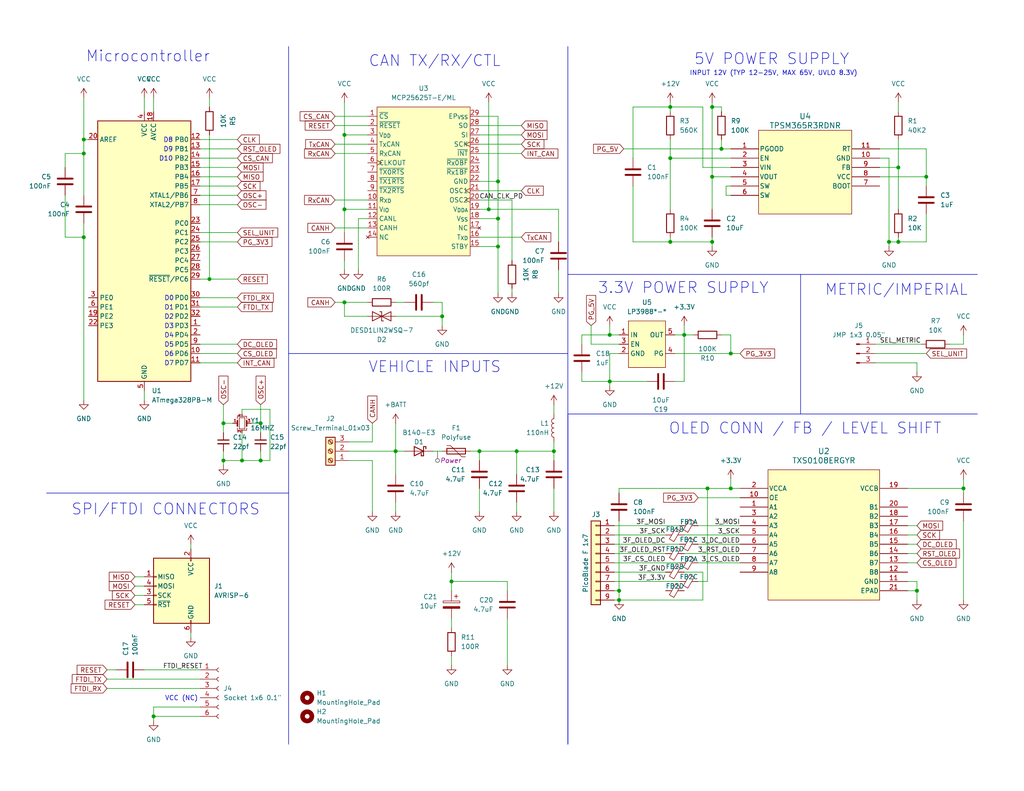
<source format=kicad_sch>
(kicad_sch (version 20231120) (generator "eeschema") (generator_version "8.0")
  (paper "USLetter")
  (title_block (title "OLED SPLICE FOR RPK5-GM4101") (date "2024-04-01") (rev "3") (company "JOHN SANDMEYER"))
  (junction (at 71.12 125.73))
  (junction (at 22.86 64.77))
  (junction (at 135.89 59.69))
  (junction (at 186.69 91.44))
  (junction (at 107.95 123.19))
  (junction (at 168.91 163.83))
  (junction (at 166.37 104.14))
  (junction (at 60.96 125.73))
  (junction (at 151.13 123.19))
  (junction (at 199.39 96.52))
  (junction (at 93.98 36.83))
  (junction (at 60.96 115.57))
  (junction (at 242.57 66.04))
  (junction (at 41.91 195.58))
  (junction (at 120.65 86.36))
  (junction (at 166.37 91.44))
  (junction (at 93.98 57.15))
  (junction (at 135.89 49.53))
  (junction (at 193.04 133.35))
  (junction (at 66.04 125.73))
  (junction (at 252.73 48.26))
  (junction (at 140.97 123.19))
  (junction (at 133.35 57.15))
  (junction (at 135.89 67.31))
  (junction (at 93.98 82.55))
  (junction (at 22.86 38.1))
  (junction (at 71.12 115.57))
  (junction (at 182.88 29.21))
  (junction (at 250.19 161.29))
  (junction (at 130.81 123.19))
  (junction (at 194.31 66.04))
  (junction (at 168.91 161.29))
  (junction (at 182.88 66.04))
  (junction (at 199.39 133.35))
  (junction (at 123.19 158.75))
  (junction (at 57.15 76.2))
  (junction (at 182.88 43.18))
  (junction (at 22.86 41.91))
  (junction (at 196.85 40.64))
  (junction (at 262.89 133.35))
  (junction (at 245.11 66.04))
  (junction (at 245.11 45.72))
  (junction (at 194.31 48.26))
  (junction (at 194.31 29.21))
  (wire (pts (xy 110.49 123.19) (xy 107.95 123.19)))
  (wire (pts (xy 91.44 31.75) (xy 100.33 31.75)))
  (wire (pts (xy 107.95 82.55) (xy 110.49 82.55)))
  (wire (pts (xy 158.75 91.44) (xy 166.37 91.44)))
  (wire (pts (xy 66.04 118.11) (xy 66.04 125.73)))
  (wire (pts (xy 182.88 64.77) (xy 182.88 66.04)))
  (wire (pts (xy 93.98 57.15) (xy 93.98 36.83)))
  (wire (pts (xy 168.91 163.83) (xy 191.77 163.83)))
  (wire (pts (xy 60.96 125.73) (xy 66.04 125.73)))
  (wire (pts (xy 97.79 59.69) (xy 97.79 73.66)))
  (wire (pts (xy 184.15 104.14) (xy 186.69 104.14)))
  (wire (pts (xy 130.81 54.61) (xy 139.7 54.61)))
  (wire (pts (xy 54.61 45.72) (xy 64.77 45.72)))
  (wire (pts (xy 140.97 123.19) (xy 140.97 129.54)))
  (wire (pts (xy 262.89 133.35) (xy 262.89 130.81)))
  (wire (pts (xy 36.83 165.1) (xy 39.37 165.1)))
  (wire (pts (xy 196.85 29.21) (xy 194.31 29.21)))
  (wire (pts (xy 120.65 82.55) (xy 120.65 86.36)))
  (polyline (pts (xy 218.44 74.93) (xy 218.44 113.03)))
  (wire (pts (xy 190.5 153.67) (xy 201.93 153.67)))
  (wire (pts (xy 199.39 133.35) (xy 201.93 133.35)))
  (wire (pts (xy 138.43 168.91) (xy 138.43 181.61)))
  (wire (pts (xy 54.61 48.26) (xy 64.77 48.26)))
  (wire (pts (xy 91.44 34.29) (xy 100.33 34.29)))
  (wire (pts (xy 245.11 45.72) (xy 245.11 57.15)))
  (wire (pts (xy 199.39 43.18) (xy 182.88 43.18)))
  (wire (pts (xy 151.13 123.19) (xy 151.13 125.73)))
  (wire (pts (xy 93.98 57.15) (xy 100.33 57.15)))
  (wire (pts (xy 29.21 187.96) (xy 54.61 187.96)))
  (wire (pts (xy 166.37 104.14) (xy 166.37 105.41)))
  (wire (pts (xy 41.91 193.04) (xy 41.91 195.58)))
  (wire (pts (xy 57.15 76.2) (xy 64.77 76.2)))
  (wire (pts (xy 60.96 110.49) (xy 60.96 115.57)))
  (wire (pts (xy 191.77 29.21) (xy 182.88 29.21)))
  (wire (pts (xy 245.11 45.72) (xy 245.11 38.1)))
  (wire (pts (xy 191.77 156.21) (xy 186.69 156.21)))
  (wire (pts (xy 135.89 59.69) (xy 135.89 67.31)))
  (wire (pts (xy 95.25 120.65) (xy 101.6 120.65)))
  (wire (pts (xy 166.37 91.44) (xy 168.91 91.44)))
  (wire (pts (xy 198.12 50.8) (xy 198.12 53.34)))
  (wire (pts (xy 262.89 142.24) (xy 262.89 163.83)))
  (wire (pts (xy 186.69 91.44) (xy 189.23 91.44)))
  (wire (pts (xy 161.29 93.98) (xy 168.91 93.98)))
  (wire (pts (xy 22.86 60.96) (xy 22.86 64.77)))
  (wire (pts (xy 60.96 115.57) (xy 60.96 118.11)))
  (wire (pts (xy 130.81 52.07) (xy 142.24 52.07)))
  (wire (pts (xy 54.61 53.34) (xy 64.77 53.34)))
  (wire (pts (xy 194.31 64.77) (xy 194.31 66.04)))
  (wire (pts (xy 36.83 157.48) (xy 39.37 157.48)))
  (wire (pts (xy 140.97 137.16) (xy 140.97 139.7)))
  (wire (pts (xy 54.61 66.04) (xy 64.77 66.04)))
  (wire (pts (xy 252.73 40.64) (xy 252.73 48.26)))
  (wire (pts (xy 130.81 67.31) (xy 135.89 67.31)))
  (polyline (pts (xy 78.74 12.7) (xy 78.74 203.2)))
  (wire (pts (xy 168.91 142.24) (xy 168.91 161.29)))
  (wire (pts (xy 259.08 93.98) (xy 262.89 93.98)))
  (wire (pts (xy 151.13 120.65) (xy 151.13 123.19)))
  (wire (pts (xy 250.19 148.59) (xy 247.65 148.59)))
  (wire (pts (xy 184.15 91.44) (xy 186.69 91.44)))
  (wire (pts (xy 190.5 148.59) (xy 201.93 148.59)))
  (wire (pts (xy 182.88 43.18) (xy 182.88 57.15)))
  (wire (pts (xy 186.69 151.13) (xy 201.93 151.13)))
  (wire (pts (xy 54.61 50.8) (xy 64.77 50.8)))
  (wire (pts (xy 190.5 143.51) (xy 201.93 143.51)))
  (wire (pts (xy 240.03 40.64) (xy 252.73 40.64)))
  (wire (pts (xy 29.21 182.88) (xy 31.75 182.88)))
  (wire (pts (xy 73.66 111.76) (xy 73.66 125.73)))
  (wire (pts (xy 100.33 86.36) (xy 93.98 86.36)))
  (wire (pts (xy 191.77 45.72) (xy 191.77 29.21)))
  (wire (pts (xy 91.44 62.23) (xy 100.33 62.23)))
  (wire (pts (xy 158.75 101.6) (xy 158.75 104.14)))
  (wire (pts (xy 167.64 143.51) (xy 185.42 143.51)))
  (wire (pts (xy 22.86 38.1) (xy 22.86 41.91)))
  (wire (pts (xy 238.76 93.98) (xy 251.46 93.98)))
  (wire (pts (xy 152.4 57.15) (xy 133.35 57.15)))
  (wire (pts (xy 139.7 78.74) (xy 139.7 80.01)))
  (wire (pts (xy 242.57 43.18) (xy 242.57 66.04)))
  (wire (pts (xy 168.91 133.35) (xy 193.04 133.35)))
  (wire (pts (xy 196.85 30.48) (xy 196.85 29.21)))
  (wire (pts (xy 176.53 104.14) (xy 166.37 104.14)))
  (wire (pts (xy 130.81 64.77) (xy 142.24 64.77)))
  (wire (pts (xy 242.57 66.04) (xy 245.11 66.04)))
  (wire (pts (xy 54.61 193.04) (xy 41.91 193.04)))
  (wire (pts (xy 71.12 125.73) (xy 73.66 125.73)))
  (wire (pts (xy 100.33 82.55) (xy 93.98 82.55)))
  (polyline (pts (xy 154.94 12.7) (xy 154.94 203.2)))
  (wire (pts (xy 135.89 31.75) (xy 135.89 49.53)))
  (wire (pts (xy 123.19 156.21) (xy 123.19 158.75)))
  (wire (pts (xy 54.61 96.52) (xy 64.77 96.52)))
  (wire (pts (xy 186.69 104.14) (xy 186.69 91.44)))
  (wire (pts (xy 142.24 39.37) (xy 130.81 39.37)))
  (polyline (pts (xy 154.94 74.93) (xy 266.7 74.93)))
  (wire (pts (xy 130.81 123.19) (xy 140.97 123.19)))
  (wire (pts (xy 167.64 151.13) (xy 181.61 151.13)))
  (wire (pts (xy 123.19 179.07) (xy 123.19 181.61)))
  (wire (pts (xy 250.19 99.06) (xy 238.76 99.06)))
  (wire (pts (xy 252.73 48.26) (xy 252.73 50.8)))
  (wire (pts (xy 190.5 135.89) (xy 201.93 135.89)))
  (wire (pts (xy 93.98 36.83) (xy 100.33 36.83)))
  (wire (pts (xy 172.72 66.04) (xy 182.88 66.04)))
  (wire (pts (xy 71.12 123.19) (xy 71.12 125.73)))
  (wire (pts (xy 39.37 182.88) (xy 54.61 182.88)))
  (wire (pts (xy 250.19 151.13) (xy 247.65 151.13)))
  (wire (pts (xy 130.81 133.35) (xy 130.81 139.7)))
  (wire (pts (xy 168.91 133.35) (xy 168.91 134.62)))
  (wire (pts (xy 199.39 40.64) (xy 196.85 40.64)))
  (wire (pts (xy 190.5 158.75) (xy 193.04 158.75)))
  (wire (pts (xy 250.19 153.67) (xy 247.65 153.67)))
  (wire (pts (xy 245.11 27.94) (xy 245.11 30.48)))
  (wire (pts (xy 172.72 50.8) (xy 172.72 66.04)))
  (wire (pts (xy 107.95 137.16) (xy 107.95 139.7)))
  (polyline (pts (xy 154.94 113.03) (xy 154.94 203.2)))
  (wire (pts (xy 139.7 54.61) (xy 139.7 71.12)))
  (wire (pts (xy 66.04 125.73) (xy 71.12 125.73)))
  (wire (pts (xy 242.57 66.04) (xy 242.57 67.31)))
  (wire (pts (xy 39.37 26.67) (xy 39.37 30.48)))
  (wire (pts (xy 247.65 158.75) (xy 250.19 158.75)))
  (wire (pts (xy 193.04 133.35) (xy 193.04 158.75)))
  (wire (pts (xy 247.65 133.35) (xy 262.89 133.35)))
  (wire (pts (xy 182.88 29.21) (xy 182.88 30.48)))
  (wire (pts (xy 71.12 110.49) (xy 71.12 115.57)))
  (wire (pts (xy 54.61 81.28) (xy 64.77 81.28)))
  (wire (pts (xy 93.98 86.36) (xy 93.98 82.55)))
  (wire (pts (xy 172.72 43.18) (xy 172.72 29.21)))
  (wire (pts (xy 199.39 96.52) (xy 201.93 96.52)))
  (wire (pts (xy 167.64 146.05) (xy 181.61 146.05)))
  (wire (pts (xy 118.11 123.19) (xy 120.65 123.19)))
  (wire (pts (xy 57.15 36.83) (xy 57.15 76.2)))
  (polyline (pts (xy 78.74 96.52) (xy 154.94 96.52)))
  (wire (pts (xy 194.31 67.31) (xy 194.31 66.04)))
  (wire (pts (xy 130.81 57.15) (xy 133.35 57.15)))
  (wire (pts (xy 135.89 67.31) (xy 135.89 80.01)))
  (wire (pts (xy 167.64 161.29) (xy 168.91 161.29)))
  (wire (pts (xy 123.19 158.75) (xy 123.19 161.29)))
  (wire (pts (xy 167.64 158.75) (xy 185.42 158.75)))
  (polyline (pts (xy 12.7 134.62) (xy 78.74 134.62)))
  (wire (pts (xy 100.33 59.69) (xy 97.79 59.69)))
  (wire (pts (xy 199.39 53.34) (xy 198.12 53.34)))
  (wire (pts (xy 101.6 115.57) (xy 101.6 120.65)))
  (wire (pts (xy 252.73 96.52) (xy 238.76 96.52)))
  (wire (pts (xy 22.86 41.91) (xy 22.86 53.34)))
  (wire (pts (xy 182.88 66.04) (xy 194.31 66.04)))
  (wire (pts (xy 41.91 195.58) (xy 41.91 196.85)))
  (wire (pts (xy 130.81 49.53) (xy 135.89 49.53)))
  (wire (pts (xy 54.61 55.88) (xy 64.77 55.88)))
  (wire (pts (xy 167.64 163.83) (xy 168.91 163.83)))
  (wire (pts (xy 199.39 91.44) (xy 199.39 96.52)))
  (wire (pts (xy 247.65 161.29) (xy 250.19 161.29)))
  (wire (pts (xy 250.19 158.75) (xy 250.19 161.29)))
  (wire (pts (xy 194.31 29.21) (xy 194.31 48.26)))
  (wire (pts (xy 167.64 148.59) (xy 185.42 148.59)))
  (wire (pts (xy 142.24 36.83) (xy 130.81 36.83)))
  (wire (pts (xy 54.61 83.82) (xy 64.77 83.82)))
  (wire (pts (xy 91.44 54.61) (xy 100.33 54.61)))
  (wire (pts (xy 135.89 49.53) (xy 135.89 59.69)))
  (wire (pts (xy 196.85 91.44) (xy 199.39 91.44)))
  (wire (pts (xy 17.78 45.72) (xy 17.78 41.91)))
  (wire (pts (xy 240.03 45.72) (xy 245.11 45.72)))
  (wire (pts (xy 36.83 160.02) (xy 39.37 160.02)))
  (wire (pts (xy 95.25 125.73) (xy 101.6 125.73)))
  (wire (pts (xy 54.61 43.18) (xy 64.77 43.18)))
  (wire (pts (xy 22.86 38.1) (xy 24.13 38.1)))
  (wire (pts (xy 54.61 40.64) (xy 64.77 40.64)))
  (wire (pts (xy 138.43 158.75) (xy 138.43 161.29)))
  (wire (pts (xy 123.19 158.75) (xy 138.43 158.75)))
  (wire (pts (xy 17.78 64.77) (xy 22.86 64.77)))
  (wire (pts (xy 22.86 64.77) (xy 22.86 109.22)))
  (wire (pts (xy 250.19 101.6) (xy 250.19 99.06)))
  (wire (pts (xy 250.19 146.05) (xy 247.65 146.05)))
  (wire (pts (xy 262.89 133.35) (xy 262.89 134.62)))
  (wire (pts (xy 182.88 43.18) (xy 182.88 38.1)))
  (wire (pts (xy 54.61 93.98) (xy 64.77 93.98)))
  (wire (pts (xy 130.81 123.19) (xy 130.81 125.73)))
  (wire (pts (xy 186.69 91.44) (xy 186.69 88.9)))
  (wire (pts (xy 107.95 115.57) (xy 107.95 123.19)))
  (wire (pts (xy 166.37 88.9) (xy 166.37 91.44)))
  (wire (pts (xy 41.91 26.67) (xy 41.91 30.48)))
  (wire (pts (xy 158.75 104.14) (xy 166.37 104.14)))
  (wire (pts (xy 191.77 156.21) (xy 191.77 163.83)))
  (wire (pts (xy 120.65 86.36) (xy 107.95 86.36)))
  (wire (pts (xy 250.19 143.51) (xy 247.65 143.51)))
  (wire (pts (xy 54.61 99.06) (xy 64.77 99.06)))
  (polyline (pts (xy 154.94 113.03) (xy 266.7 113.03)))
  (wire (pts (xy 194.31 57.15) (xy 194.31 48.26)))
  (wire (pts (xy 196.85 40.64) (xy 196.85 38.1)))
  (wire (pts (xy 166.37 96.52) (xy 166.37 104.14)))
  (wire (pts (xy 130.81 59.69) (xy 135.89 59.69)))
  (wire (pts (xy 17.78 53.34) (xy 17.78 64.77)))
  (wire (pts (xy 142.24 34.29) (xy 130.81 34.29)))
  (wire (pts (xy 168.91 161.29) (xy 168.91 163.83)))
  (wire (pts (xy 172.72 29.21) (xy 182.88 29.21)))
  (wire (pts (xy 133.35 27.94) (xy 133.35 57.15)))
  (wire (pts (xy 152.4 66.04) (xy 152.4 57.15)))
  (wire (pts (xy 194.31 48.26) (xy 199.39 48.26)))
  (wire (pts (xy 152.4 80.01) (xy 152.4 73.66)))
  (wire (pts (xy 252.73 58.42) (xy 252.73 66.04)))
  (wire (pts (xy 151.13 110.49) (xy 151.13 113.03)))
  (wire (pts (xy 93.98 27.94) (xy 93.98 36.83)))
  (wire (pts (xy 68.58 115.57) (xy 71.12 115.57)))
  (wire (pts (xy 29.21 185.42) (xy 54.61 185.42)))
  (wire (pts (xy 161.29 88.9) (xy 161.29 93.98)))
  (wire (pts (xy 194.31 27.94) (xy 194.31 29.21)))
  (wire (pts (xy 36.83 162.56) (xy 39.37 162.56)))
  (wire (pts (xy 71.12 115.57) (xy 71.12 118.11)))
  (wire (pts (xy 60.96 123.19) (xy 60.96 125.73)))
  (wire (pts (xy 245.11 64.77) (xy 245.11 66.04)))
  (wire (pts (xy 262.89 93.98) (xy 262.89 91.44)))
  (wire (pts (xy 186.69 146.05) (xy 201.93 146.05)))
  (wire (pts (xy 240.03 43.18) (xy 242.57 43.18)))
  (wire (pts (xy 168.91 96.52) (xy 166.37 96.52)))
  (wire (pts (xy 142.24 41.91) (xy 130.81 41.91)))
  (wire (pts (xy 240.03 48.26) (xy 252.73 48.26)))
  (wire (pts (xy 39.37 106.68) (xy 39.37 109.22)))
  (wire (pts (xy 91.44 41.91) (xy 100.33 41.91)))
  (wire (pts (xy 54.61 76.2) (xy 57.15 76.2)))
  (wire (pts (xy 60.96 115.57) (xy 63.5 115.57)))
  (wire (pts (xy 158.75 93.98) (xy 158.75 91.44)))
  (wire (pts (xy 93.98 63.5) (xy 93.98 57.15)))
  (wire (pts (xy 66.04 113.03) (xy 66.04 111.76)))
  (wire (pts (xy 95.25 123.19) (xy 107.95 123.19)))
  (wire (pts (xy 54.61 38.1) (xy 64.77 38.1)))
  (wire (pts (xy 199.39 50.8) (xy 198.12 50.8)))
  (wire (pts (xy 167.64 153.67) (xy 185.42 153.67)))
  (wire (pts (xy 130.81 31.75) (xy 135.89 31.75)))
  (wire (pts (xy 60.96 125.73) (xy 60.96 127)))
  (wire (pts (xy 170.18 40.64) (xy 196.85 40.64)))
  (wire (pts (xy 140.97 123.19) (xy 151.13 123.19)))
  (wire (pts (xy 57.15 29.21) (xy 57.15 26.67)))
  (wire (pts (xy 17.78 41.91) (xy 22.86 41.91)))
  (wire (pts (xy 64.77 63.5) (xy 54.61 63.5)))
  (wire (pts (xy 250.19 161.29) (xy 250.19 163.83)))
  (wire (pts (xy 93.98 71.12) (xy 93.98 73.66)))
  (wire (pts (xy 41.91 195.58) (xy 54.61 195.58)))
  (wire (pts (xy 128.27 123.19) (xy 130.81 123.19)))
  (wire (pts (xy 107.95 123.19) (xy 107.95 129.54)))
  (wire (pts (xy 93.98 82.55) (xy 91.44 82.55)))
  (wire (pts (xy 199.39 130.81) (xy 199.39 133.35)))
  (wire (pts (xy 199.39 96.52) (xy 184.15 96.52)))
  (wire (pts (xy 52.07 148.59) (xy 52.07 149.86)))
  (wire (pts (xy 167.64 156.21) (xy 181.61 156.21)))
  (wire (pts (xy 52.07 173.99) (xy 52.07 172.72)))
  (wire (pts (xy 120.65 86.36) (xy 120.65 88.9)))
  (wire (pts (xy 252.73 66.04) (xy 245.11 66.04)))
  (wire (pts (xy 120.65 82.55) (xy 118.11 82.55)))
  (wire (pts (xy 22.86 26.67) (xy 22.86 38.1)))
  (wire (pts (xy 193.04 133.35) (xy 199.39 133.35)))
  (wire (pts (xy 151.13 133.35) (xy 151.13 139.7)))
  (wire (pts (xy 199.39 45.72) (xy 191.77 45.72)))
  (wire (pts (xy 182.88 27.94) (xy 182.88 29.21)))
  (wire (pts (xy 123.19 171.45) (xy 123.19 168.91)))
  (wire (pts (xy 66.04 111.76) (xy 73.66 111.76)))
  (wire (pts (xy 101.6 125.73) (xy 101.6 139.7)))
  (wire (pts (xy 91.44 39.37) (xy 100.33 39.37)))
  (text "D5" (at 47.498 94.234 0) (effects (font (size 1.27 1.27)) (justify right)))
  (text "D3\n" (at 47.498 89.154 0) (effects (font (size 1.27 1.27)) (justify right)))
  (text "D1" (at 47.498 84.074 0) (effects (font (size 1.27 1.27)) (justify right)))
  (text "D2" (at 47.498 86.614 0) (effects (font (size 1.27 1.27)) (justify right)))
  (text "3.3V POWER SUPPLY" (at 186.436 78.74 0) (effects (font (size 3 3))))
  (text "CAN TX/RX/CTL" (at 118.618 16.764 0) (effects (font (size 3 3))))
  (text "VEHICLE INPUTS" (at 118.618 100.33 0) (effects (font (size 3 3))))
  (text "D8\n" (at 47.244 38.354 0) (effects (font (size 1.27 1.27)) (justify right)))
  (text "D10" (at 47.244 43.434 0) (effects (font (size 1.27 1.27)) (justify right)))
  (text "D6" (at 47.498 96.774 0) (effects (font (size 1.27 1.27)) (justify right)))
  (text "VCC (NC)" (at 49.53 190.754 0) (effects (font (size 1.27 1.27))))
  (text "5V POWER SUPPLY" (at 210.566 16.256 0) (effects (font (size 3 3))))
  (text "INPUT 12V (TYP 12-25V, MAX 65V, UVLO 8.3V)" (at 211.074 20.066 0) (effects (font (size 1.27 1.27))))
  (text "D0" (at 47.498 81.534 0) (effects (font (size 1.27 1.27)) (justify right)))
  (text "D7" (at 47.498 99.314 0) (effects (font (size 1.27 1.27)) (justify right)))
  (text "SPI/FTDI CONNECTORS" (at 45.212 139.192 0) (effects (font (size 3 3))))
  (text "D9\n" (at 47.244 40.894 0) (effects (font (size 1.27 1.27)) (justify right)))
  (text "D4\n" (at 47.498 91.694 0) (effects (font (size 1.27 1.27)) (justify right)))
  (text "OLED CONN / FB / LEVEL SHIFT" (at 219.71 117.094 0) (effects (font (size 3 3))))
  (text "Microcontroller" (at 40.386 15.494 0) (effects (font (size 3 3))))
  (text "METRIC/IMPERIAL" (at 244.602 79.248 0) (effects (font (size 3 3))))
  (label "3F_OLED_RST" (at 181.61 151.13 180))
  (label "3F_CS_OLED" (at 181.61 153.67 180))
  (label "CAN_CLK_PD" (at 130.81 54.61 0))
  (label "3F_OLED_DC" (at 181.61 148.59 180))
  (label "3F_MOSI" (at 181.61 143.51 180))
  (label "3F_GND" (at 181.61 156.21 180))
  (label "3_SCK" (at 201.93 146.05 180))
  (label "3_MOSI" (at 201.93 143.51 180))
  (label "3_DC_OLED" (at 201.93 148.59 180))
  (label "3F_SCK" (at 181.61 146.05 180))
  (label "3_RST_OLED" (at 201.93 151.13 180))
  (label "FTDI_RESET" (at 44.45 182.88 0))
  (label "3F_3.3V" (at 181.61 158.75 180))
  (label "3_CS_OLED" (at 201.93 153.67 180))
  (label "SEL_METRIC" (at 240.03 93.98 0))
  (global_label "MOSI" (shape input) (at 250.19 143.51 0) (property "Intersheetrefs" "${INTERSHEET_REFS}" (effects (hide yes))))
  (global_label "CANH" (shape input) (at 91.44 82.55 180) (property "Intersheetrefs" "${INTERSHEET_REFS}" (effects (hide yes))))
  (global_label "FTDI_RX" (shape input) (at 64.77 81.28 0) (property "Intersheetrefs" "${INTERSHEET_REFS}" (effects (hide yes))))
  (global_label "CS_OLED" (shape input) (at 64.77 96.52 0) (property "Intersheetrefs" "${INTERSHEET_REFS}" (effects (hide yes))))
  (global_label "RESET" (shape input) (at 64.77 76.2 0) (property "Intersheetrefs" "${INTERSHEET_REFS}" (effects (hide yes))))
  (global_label "OSC+" (shape input) (at 71.12 110.49 90) (property "Intersheetrefs" "${INTERSHEET_REFS}" (effects (hide yes))))
  (global_label "R_{X}CAN" (shape input) (at 91.44 54.61 180) (property "Intersheetrefs" "${INTERSHEET_REFS}" (effects (hide yes))))
  (global_label "MISO" (shape input) (at 142.24 34.29 0) (property "Intersheetrefs" "${INTERSHEET_REFS}" (effects (hide yes))))
  (global_label "T_{X}CAN" (shape input) (at 142.24 64.77 0) (property "Intersheetrefs" "${INTERSHEET_REFS}" (effects (hide yes))))
  (global_label "PG_3V3" (shape input) (at 201.93 96.52 0) (property "Intersheetrefs" "${INTERSHEET_REFS}" (effects (hide yes))))
  (global_label "MOSI" (shape input) (at 36.83 160.02 180) (property "Intersheetrefs" "${INTERSHEET_REFS}" (effects (hide yes))))
  (global_label "CLK" (shape input) (at 142.24 52.07 0) (property "Intersheetrefs" "${INTERSHEET_REFS}" (effects (hide yes))))
  (global_label "PG_5V" (shape input) (at 161.29 88.9 90) (property "Intersheetrefs" "${INTERSHEET_REFS}" (effects (hide yes))))
  (global_label "DC_OLED" (shape input) (at 64.77 93.98 0) (property "Intersheetrefs" "${INTERSHEET_REFS}" (effects (hide yes))))
  (global_label "RST_OLED" (shape input) (at 64.77 40.64 0) (property "Intersheetrefs" "${INTERSHEET_REFS}" (effects (hide yes))))
  (global_label "MISO" (shape input) (at 36.83 157.48 180) (property "Intersheetrefs" "${INTERSHEET_REFS}" (effects (hide yes))))
  (global_label "OSC-" (shape input) (at 64.77 55.88 0) (property "Intersheetrefs" "${INTERSHEET_REFS}" (effects (hide yes))))
  (global_label "CS_CAN" (shape input) (at 64.77 43.18 0) (property "Intersheetrefs" "${INTERSHEET_REFS}" (effects (hide yes))))
  (global_label "SEL_UNIT" (shape input) (at 64.77 63.5 0) (property "Intersheetrefs" "${INTERSHEET_REFS}" (effects (hide yes))))
  (global_label "PG_3V3" (shape input) (at 190.5 135.89 180) (property "Intersheetrefs" "${INTERSHEET_REFS}" (effects (hide yes))))
  (global_label "MOSI" (shape input) (at 142.24 36.83 0) (property "Intersheetrefs" "${INTERSHEET_REFS}" (effects (hide yes))))
  (global_label "INT_CAN" (shape input) (at 64.77 99.06 0) (property "Intersheetrefs" "${INTERSHEET_REFS}" (effects (hide yes))))
  (global_label "RESET" (shape input) (at 29.21 182.88 180) (property "Intersheetrefs" "${INTERSHEET_REFS}" (effects (hide yes))))
  (global_label "SCK" (shape input) (at 142.24 39.37 0) (property "Intersheetrefs" "${INTERSHEET_REFS}" (effects (hide yes))))
  (global_label "CS_OLED" (shape input) (at 250.19 153.67 0) (property "Intersheetrefs" "${INTERSHEET_REFS}" (effects (hide yes))))
  (global_label "RESET" (shape input) (at 91.44 34.29 180) (property "Intersheetrefs" "${INTERSHEET_REFS}" (effects (hide yes))))
  (global_label "INT_CAN" (shape input) (at 142.24 41.91 0) (property "Intersheetrefs" "${INTERSHEET_REFS}" (effects (hide yes))))
  (global_label "OSC+" (shape input) (at 64.77 53.34 0) (property "Intersheetrefs" "${INTERSHEET_REFS}" (effects (hide yes))))
  (global_label "PG_3V3" (shape input) (at 64.77 66.04 0) (property "Intersheetrefs" "${INTERSHEET_REFS}" (effects (hide yes))))
  (global_label "R_{X}CAN" (shape input) (at 91.44 41.91 180) (property "Intersheetrefs" "${INTERSHEET_REFS}" (effects (hide yes))))
  (global_label "CANH" (shape input) (at 91.44 62.23 180) (property "Intersheetrefs" "${INTERSHEET_REFS}" (effects (hide yes))))
  (global_label "OSC-" (shape input) (at 60.96 110.49 90) (property "Intersheetrefs" "${INTERSHEET_REFS}" (effects (hide yes))))
  (global_label "RST_OLED" (shape input) (at 250.19 151.13 0) (property "Intersheetrefs" "${INTERSHEET_REFS}" (effects (hide yes))))
  (global_label "CS_CAN" (shape input) (at 91.44 31.75 180) (property "Intersheetrefs" "${INTERSHEET_REFS}" (effects (hide yes))))
  (global_label "FTDI_RX" (shape input) (at 29.21 187.96 180) (property "Intersheetrefs" "${INTERSHEET_REFS}" (effects (hide yes))))
  (global_label "SCK" (shape input) (at 36.83 162.56 180) (property "Intersheetrefs" "${INTERSHEET_REFS}" (effects (hide yes))))
  (global_label "SCK" (shape input) (at 250.19 146.05 0) (property "Intersheetrefs" "${INTERSHEET_REFS}" (effects (hide yes))))
  (global_label "MOSI" (shape input) (at 64.77 45.72 0) (property "Intersheetrefs" "${INTERSHEET_REFS}" (effects (hide yes))))
  (global_label "FTDI_TX" (shape input) (at 29.21 185.42 180) (property "Intersheetrefs" "${INTERSHEET_REFS}" (effects (hide yes))))
  (global_label "SCK" (shape input) (at 64.77 50.8 0) (property "Intersheetrefs" "${INTERSHEET_REFS}" (effects (hide yes))))
  (global_label "MISO" (shape input) (at 64.77 48.26 0) (property "Intersheetrefs" "${INTERSHEET_REFS}" (effects (hide yes))))
  (global_label "T_{X}CAN" (shape input) (at 91.44 39.37 180) (property "Intersheetrefs" "${INTERSHEET_REFS}" (effects (hide yes))))
  (global_label "CANH" (shape input) (at 101.6 115.57 90) (property "Intersheetrefs" "${INTERSHEET_REFS}" (effects (hide yes))))
  (global_label "SEL_UNIT" (shape input) (at 252.73 96.52 0) (property "Intersheetrefs" "${INTERSHEET_REFS}" (effects (hide yes))))
  (global_label "PG_5V" (shape input) (at 170.18 40.64 180) (property "Intersheetrefs" "${INTERSHEET_REFS}" (effects (hide yes))))
  (global_label "FTDI_TX" (shape input) (at 64.77 83.82 0) (property "Intersheetrefs" "${INTERSHEET_REFS}" (effects (hide yes))))
  (global_label "DC_OLED" (shape input) (at 250.19 148.59 0) (property "Intersheetrefs" "${INTERSHEET_REFS}" (effects (hide yes))))
  (global_label "CLK" (shape input) (at 64.77 38.1 0) (property "Intersheetrefs" "${INTERSHEET_REFS}" (effects (hide yes))))
  (global_label "RESET" (shape input) (at 36.83 165.1 180) (property "Intersheetrefs" "${INTERSHEET_REFS}" (effects (hide yes))))
  (netclass_flag "" (length 2.54) (shape round) (at 119.38 123.19 180) (property "Netclass" "Power" (at 120.0785 125.73 0) (effects (font (italic yes)) (justify left))))
  (symbol (lib_id "power:+BATT") (at 107.95 115.57 0) (unit 1)
    (property "Reference" "#PWR029" (effects (hide yes)))
    (property "Value" "+BATT" (at 107.95 110.49 0))
    (property "Description" "Power symbol creates a global label with name \"+BATT\"" (effects (hide yes)))
  )
  (symbol (lib_id "power:GND") (at 135.89 80.01 0) (unit 1)
    (property "Reference" "#PWR010" (effects (hide yes)))
    (property "Value" "GND" (at 135.89 85.09 0))
  )
  (symbol (lib_id "power:GND") (at 262.89 163.83 0) (mirror y) (unit 1)
    (property "Reference" "#PWR011" (effects (hide yes)))
    (property "Value" "GND" (at 262.89 168.91 0))
  )
  (symbol (lib_id "Device:C") (at 151.13 129.54 0) (mirror y) (unit 1)
    (property "Reference" "C13" (at 147.32 128.2699 0) (effects (justify left)))
    (property "Value" "4.7uF" (at 147.32 130.8099 0) (effects (justify left)))
    (property "Footprint" "Capacitor_SMD:C_1206_3216Metric" (effects (hide yes)))
    (property "Description" "GRM31CR71H475KA12L" (effects (hide yes)))
  )
  (symbol (lib_id "Device:C") (at 93.98 67.31 0) (mirror y) (unit 1)
    (property "Reference" "C6" (at 90.17 66.0399 0) (effects (justify left)))
    (property "Value" "100nF" (at 90.17 68.5799 0) (effects (justify left)))
    (property "Footprint" "Capacitor_SMD:C_0402_1005Metric" (effects (hide yes)))
  )
  (symbol (lib_id "Device:C") (at 158.75 97.79 0) (unit 1)
    (property "Reference" "C18" (at 162.56 96.5199 0) (effects (justify left)))
    (property "Value" "1uF" (at 162.56 99.0599 0) (effects (justify left)))
    (property "Footprint" "Capacitor_SMD:C_0603_1608Metric" (effects (hide yes)))
  )
  (symbol (lib_id "power:GND") (at 97.79 73.66 0) (unit 1)
    (property "Reference" "#PWR04" (effects (hide yes)))
    (property "Value" "GND" (at 97.79 78.74 0))
  )
  (symbol (lib_id "power:VCC") (at 57.15 26.67 0) (unit 1)
    (property "Reference" "#PWR020" (effects (hide yes)))
    (property "Value" "VCC" (at 57.15 21.59 0))
  )
  (symbol (lib_id "Device:Polyfuse") (at 124.46 123.19 270) (mirror x) (unit 1)
    (property "Reference" "F1" (at 124.46 116.84 90))
    (property "Value" "Polyfuse" (at 124.46 119.38 90))
    (property "Footprint" "Fuse:Fuse_1206_3216Metric" (effects (hide yes)))
  )
  (symbol (lib_id "power:GND") (at 194.31 67.31 0) (unit 1)
    (property "Reference" "#PWR034" (effects (hide yes)))
    (property "Value" "GND" (at 194.31 72.39 0))
  )
  (symbol (lib_id "power:+12V") (at 151.13 110.49 0) (unit 1)
    (property "Reference" "#PWR016" (effects (hide yes)))
    (property "Value" "+12V" (at 151.13 105.41 0))
    (property "Description" "Power symbol creates a global label with name \"+12V\"" (effects (hide yes)))
  )
  (symbol (lib_id "power:GND") (at 101.6 139.7 0) (mirror y) (unit 1)
    (property "Reference" "#PWR037" (effects (hide yes)))
    (property "Value" "GND" (at 101.6 144.78 0))
  )
  (symbol (lib_id "power:GND") (at 52.07 173.99 0) (unit 1)
    (property "Reference" "#PWR05" (effects (hide yes)))
    (property "Value" "GND" (at 52.07 179.07 0))
  )
  (symbol (lib_id "Device:R") (at 123.19 175.26 0) (unit 1)
    (property "Reference" "R11" (at 125.73 173.9899 0) (effects (justify left)))
    (property "Value" "100R" (at 125.73 176.5299 0) (effects (justify left)))
    (property "Footprint" "Resistor_SMD:R_0603_1608Metric" (effects (hide yes)))
  )
  (symbol (lib_id "power:VCC") (at 194.31 27.94 0) (unit 1)
    (property "Reference" "#PWR033" (effects (hide yes)))
    (property "Value" "VCC" (at 194.31 22.86 0))
  )
  (symbol (lib_id "power:VCC") (at 93.98 27.94 0) (unit 1)
    (property "Reference" "#PWR09" (effects (hide yes)))
    (property "Value" "VCC" (at 93.98 22.86 0))
  )
  (symbol (lib_id "jsdev:FerriteBead_Small_Array") (at 187.96 158.75 90) (unit 3)
    (property "Reference" "FB2" (at 187.96 157.48 90))
    (property "Value" "FerriteBead_Small_Array" (effects (hide yes)))
    (property "Footprint" "jsdev:fb_array_0805" (effects (hide yes)))
    (property "Description" "Ferrite bead, small symbol" (effects (hide yes)))
  )
  (symbol (lib_id "Device:C") (at 114.3 82.55 90) (mirror x) (unit 1)
    (property "Reference" "C16" (at 114.3 74.93 90))
    (property "Value" "560pf" (at 114.3 77.47 90))
    (property "Footprint" "Capacitor_SMD:C_0603_1608Metric" (effects (hide yes)))
  )
  (symbol (lib_id "Diode:B140-E3") (at 114.3 123.19 0) (mirror y) (unit 1)
    (property "Reference" "D1" (at 114.3 120.65 0))
    (property "Value" "B140-E3" (at 114.3 118.11 0))
    (property "Footprint" "Diode_SMD:D_SMA" (effects (hide yes)))
    (property "Datasheet" "http://www.vishay.com/docs/88946/b120.pdf" (effects (hide yes)))
  )
  (symbol (lib_id "power:GND") (at 139.7 80.01 0) (unit 1)
    (property "Reference" "#PWR025" (effects (hide yes)))
    (property "Value" "GND" (at 139.7 85.09 0))
  )
  (symbol (lib_id "jsdev:FerriteBead_Small_Array") (at 184.15 156.21 90) (unit 2)
    (property "Reference" "FB2" (at 184.15 154.686 90))
    (property "Value" "FerriteBead_Small_Array" (effects (hide yes)))
    (property "Footprint" "jsdev:fb_array_0805" (effects (hide yes)))
    (property "Description" "Ferrite bead, small symbol" (effects (hide yes)))
  )
  (symbol (lib_id "Device:R") (at 182.88 60.96 0) (unit 1)
    (property "Reference" "R4" (at 185.42 59.6899 0) (effects (justify left)))
    (property "Value" "100K" (at 185.42 62.2299 0) (effects (justify left)))
    (property "Footprint" "Resistor_SMD:R_0402_1005Metric" (effects (hide yes)))
  )
  (symbol (lib_id "RGY20_3P05X2P05:TXS0108ERGYR") (at 194.31 133.35 0) (unit 1)
    (property "Reference" "U2" (at 224.79 123.19 0) (effects (font (size 1.524 1.524))))
    (property "Value" "TXS0108ERGYR" (at 224.79 125.73 0) (effects (font (size 1.524 1.524))))
    (property "Footprint" "digikey_ul:RGY20_3P05X2P05" (effects (hide yes)))
    (property "Datasheet" "https://www.ti.com/lit/gpn/txs0108e" (effects (hide yes)))
  )
  (symbol (lib_id "power:GND") (at 140.97 139.7 0) (mirror y) (unit 1)
    (property "Reference" "#PWR018" (effects (hide yes)))
    (property "Value" "GND" (at 140.97 144.78 0))
  )
  (symbol (lib_id "Device:R") (at 57.15 33.02 0) (unit 1)
    (property "Reference" "R5" (at 63.5 33.02 90))
    (property "Value" "10K" (at 60.96 33.02 90))
    (property "Footprint" "Resistor_SMD:R_0402_1005Metric" (effects (hide yes)))
  )
  (symbol (lib_id "power:VCC") (at 22.86 26.67 0) (unit 1)
    (property "Reference" "#PWR015" (effects (hide yes)))
    (property "Value" "VCC" (at 22.86 21.59 0))
  )
  (symbol (lib_id "Device:C") (at 138.43 165.1 0) (mirror y) (unit 1)
    (property "Reference" "C20" (at 134.62 163.8299 0) (effects (justify left)))
    (property "Value" "4.7uF" (at 134.62 166.3699 0) (effects (justify left)))
    (property "Footprint" "Capacitor_SMD:C_1206_3216Metric" (effects (hide yes)))
    (property "Description" "GRM31CR71H475KA12L" (effects (hide yes)))
  )
  (symbol (lib_id "power:GND") (at 123.19 181.61 0) (mirror y) (unit 1)
    (property "Reference" "#PWR08" (effects (hide yes)))
    (property "Value" "GND" (at 123.19 186.69 0))
  )
  (symbol (lib_id "power:GND") (at 130.81 139.7 0) (mirror y) (unit 1)
    (property "Reference" "#PWR036" (effects (hide yes)))
    (property "Value" "GND" (at 130.81 144.78 0))
  )
  (symbol (lib_id "power:GND") (at 60.96 127 0) (unit 1)
    (property "Reference" "#PWR028" (effects (hide yes)))
    (property "Value" "GND" (at 60.96 132.08 0))
  )
  (symbol (lib_id "power:+12V") (at 123.19 156.21 0) (unit 1)
    (property "Reference" "#PWR07" (effects (hide yes)))
    (property "Value" "+12V" (at 123.19 151.13 0))
    (property "Description" "Power symbol creates a global label with name \"+12V\"" (effects (hide yes)))
  )
  (symbol (lib_id "power:VCC") (at 262.89 91.44 0) (unit 1)
    (property "Reference" "#PWR013" (effects (hide yes)))
    (property "Value" "VCC" (at 262.89 86.36 0))
  )
  (symbol (lib_id "Device:C") (at 172.72 46.99 0) (unit 1)
    (property "Reference" "C1" (at 176.53 45.7199 0) (effects (justify left)))
    (property "Value" "100nF" (at 176.53 48.2599 0) (effects (justify left)))
    (property "Footprint" "Capacitor_SMD:C_0603_1608Metric" (effects (hide yes)))
    (property "Description" "GRM188R72A104KA35D" (effects (hide yes)))
  )
  (symbol (lib_id "power:VCC") (at 245.11 27.94 0) (unit 1)
    (property "Reference" "#PWR031" (effects (hide yes)))
    (property "Value" "VCC" (at 245.11 22.86 0))
  )
  (symbol (lib_id "Device:R") (at 196.85 34.29 0) (unit 1)
    (property "Reference" "R9" (at 199.39 33.0199 0) (effects (justify left)))
    (property "Value" "100K" (at 199.39 35.5599 0) (effects (justify left)))
    (property "Footprint" "Resistor_SMD:R_0402_1005Metric" (effects (hide yes)))
  )
  (symbol (lib_id "Device:C") (at 22.86 57.15 0) (mirror y) (unit 1)
    (property "Reference" "C4" (at 19.05 55.8799 0) (effects (justify left)))
    (property "Value" "100nF" (at 19.05 58.4199 0) (effects (justify left)))
    (property "Footprint" "Capacitor_SMD:C_0402_1005Metric" (effects (hide yes)))
  )
  (symbol (lib_id "Device:C") (at 35.56 182.88 90) (unit 1)
    (property "Reference" "C17" (at 34.2899 179.07 0) (effects (justify left)))
    (property "Value" "100nF" (at 36.8299 179.07 0) (effects (justify left)))
    (property "Footprint" "Capacitor_SMD:C_0402_1005Metric" (effects (hide yes)))
  )
  (symbol (lib_id "Device:C") (at 180.34 104.14 270) (mirror x) (unit 1)
    (property "Reference" "C19" (at 180.34 111.76 90))
    (property "Value" "10uF" (at 180.34 109.22 90))
    (property "Footprint" "Capacitor_SMD:C_0603_1608Metric" (effects (hide yes)))
    (property "Description" "GRT188R61A106KE13D" (effects (hide yes)))
  )
  (symbol (lib_id "power:GND") (at 22.86 109.22 0) (unit 1)
    (property "Reference" "#PWR021" (effects (hide yes)))
    (property "Value" "GND" (at 22.86 114.3 0))
  )
  (symbol (lib_id "Device:R") (at 245.11 34.29 0) (unit 1)
    (property "Reference" "R1" (at 247.65 33.0199 0) (effects (justify left)))
    (property "Value" "40K2" (at 247.65 35.5599 0) (effects (justify left)))
    (property "Footprint" "Resistor_SMD:R_0402_1005Metric" (effects (hide yes)))
  )
  (symbol (lib_id "Device:R") (at 182.88 34.29 0) (unit 1)
    (property "Reference" "R3" (at 185.42 33.0199 0) (effects (justify left)))
    (property "Value" "560K" (at 185.42 35.5599 0) (effects (justify left)))
    (property "Footprint" "Resistor_SMD:R_0402_1005Metric" (effects (hide yes)))
  )
  (symbol (lib_id "Device:R") (at 193.04 91.44 90) (mirror x) (unit 1)
    (property "Reference" "R10" (at 193.04 97.79 90))
    (property "Value" "100K" (at 193.04 95.25 90))
    (property "Footprint" "Resistor_SMD:R_0402_1005Metric" (effects (hide yes)))
  )
  (symbol (lib_id "power:VCC") (at 166.37 88.9 0) (unit 1)
    (property "Reference" "#PWR0132" (effects (hide yes)))
    (property "Value" "VCC" (at 166.37 83.82 0))
  )
  (symbol (lib_id "power:VCC") (at 39.37 26.67 0) (unit 1)
    (property "Reference" "#PWR014" (effects (hide yes)))
    (property "Value" "VCC" (at 39.37 21.59 0))
  )
  (symbol (lib_id "power:GND") (at 138.43 181.61 0) (mirror y) (unit 1)
    (property "Reference" "#PWR022" (effects (hide yes)))
    (property "Value" "GND" (at 138.43 186.69 0))
  )
  (symbol (lib_id "Connector:Screw_Terminal_01x03") (at 90.17 123.19 180) (unit 1)
    (property "Reference" "J2" (at 90.17 114.3 0))
    (property "Value" "Screw_Terminal_01x03" (at 90.17 116.84 0))
    (property "Footprint" "TerminalBlock:TerminalBlock_bornier-3_P5.08mm" (effects (hide yes)))
    (property "Description" "Generic screw terminal, single row, 01x03, script generated (kicad-library-utils/schlib/autogen/connector/)" (effects (hide yes)))
  )
  (symbol (lib_id "Device:L") (at 151.13 116.84 0) (mirror y) (unit 1)
    (property "Reference" "L1" (at 149.86 115.5699 0) (effects (justify left)))
    (property "Value" "110nH" (at 149.86 118.1099 0) (effects (justify left)))
    (property "Footprint" "Inductor_SMD:L_0603_1608Metric" (effects (hide yes)))
    (property "Description" "0603AF-111XJRU" (effects (hide yes)))
  )
  (symbol (lib_id "Device:C_Polarized") (at 123.19 165.1 0) (mirror y) (unit 1)
    (property "Reference" "C21" (at 119.38 162.9409 0) (effects (justify left)))
    (property "Value" "10uF" (at 119.38 165.4809 0) (effects (justify left)))
    (property "Footprint" "Capacitor_SMD:CP_Elec_5x5.9" (effects (hide yes)))
    (property "Description" "EEHZA1H100R" (effects (hide yes)))
  )
  (symbol (lib_id "power:VCC") (at 52.07 148.59 0) (unit 1)
    (property "Reference" "#PWR06" (effects (hide yes)))
    (property "Value" "VCC" (at 52.07 143.51 0))
  )
  (symbol (lib_id "power:GND") (at 152.4 80.01 0) (unit 1)
    (property "Reference" "#PWR02" (effects (hide yes)))
    (property "Value" "GND" (at 152.4 85.09 0))
  )
  (symbol (lib_id "Device:C") (at 252.73 54.61 0) (unit 1)
    (property "Reference" "C3" (at 256.54 53.3399 0) (effects (justify left)))
    (property "Value" "1uF" (at 256.54 55.8799 0) (effects (justify left)))
    (property "Footprint" "Capacitor_SMD:C_0603_1608Metric" (effects (hide yes)))
    (property "Description" "C1608X7R1V105K080AC" (effects (hide yes)))
  )
  (symbol (lib_id "power:GND") (at 250.19 101.6 0) (unit 1)
    (property "Reference" "#PWR019" (effects (hide yes)))
    (property "Value" "GND" (at 250.19 106.68 0))
  )
  (symbol (lib_id "power:+3.3V") (at 186.69 88.9 0) (unit 1)
    (property "Reference" "#PWR0125" (effects (hide yes)))
    (property "Value" "+3.3V" (at 186.69 83.82 0))
  )
  (symbol (lib_id "power:GND") (at 250.19 163.83 0) (unit 1)
    (property "Reference" "#PWR03" (effects (hide yes)))
    (property "Value" "GND" (at 250.19 168.91 0))
  )
  (symbol (lib_id "Device:R") (at 139.7 74.93 0) (unit 1)
    (property "Reference" "R8" (at 146.05 74.93 90))
    (property "Value" "10K" (at 143.51 74.93 90))
    (property "Footprint" "Resistor_SMD:R_0402_1005Metric" (effects (hide yes)))
  )
  (symbol (lib_id "Device:R") (at 104.14 82.55 270) (unit 1)
    (property "Reference" "R6" (at 104.14 76.2 90))
    (property "Value" "100R" (at 104.14 78.74 90))
    (property "Footprint" "Resistor_SMD:R_0603_1608Metric" (effects (hide yes)))
  )
  (symbol (lib_id "jsdev:FerriteBead_Small_Array") (at 187.96 143.51 90) (unit 1)
    (property "Reference" "FB1" (at 187.96 142.494 90))
    (property "Value" "FerriteBead_Small_Array" (effects (hide yes)))
    (property "Footprint" "jsdev:fb_array_0805" (effects (hide yes)))
    (property "Description" "Ferrite bead, small symbol" (effects (hide yes)))
  )
  (symbol (lib_id "Device:C") (at 194.31 60.96 0) (unit 1)
    (property "Reference" "C2" (at 198.12 59.6899 0) (effects (justify left)))
    (property "Value" "10uF" (at 198.12 62.2299 0) (effects (justify left)))
    (property "Footprint" "Capacitor_SMD:C_0805_2012Metric" (effects (hide yes)))
    (property "Description" "C0805C106K8PACTU" (effects (hide yes)))
  )
  (symbol (lib_id "power:+3.3V") (at 199.39 130.81 0) (unit 1)
    (property "Reference" "#PWR0128" (effects (hide yes)))
    (property "Value" "+3.3V" (at 199.39 125.73 0))
  )
  (symbol (lib_id "jsdev:LP3988") (at 176.53 93.98 0) (unit 1)
    (property "Reference" "U5" (at 176.53 82.55 0))
    (property "Value" "LP3988*-*" (at 176.53 85.09 0))
    (property "Footprint" "Package_TO_SOT_SMD:SOT-23-5" (effects (hide yes)))
    (property "Datasheet" "https://www.ti.com/lit/ds/symlink/lp3988.pdf?ts=1714418039018" (effects (hide yes)))
  )
  (symbol (lib_id "Device:C_Small") (at 60.96 120.65 0) (unit 1)
    (property "Reference" "C14" (at 63.5 119.3862 0) (effects (justify left)))
    (property "Value" "22pf" (at 63.5 121.9262 0) (effects (justify left)))
    (property "Footprint" "Capacitor_SMD:C_0402_1005Metric" (effects (hide yes)))
    (property "Description" "Unpolarized capacitor, small symbol" (effects (hide yes)))
  )
  (symbol (lib_id "Diode:SD24_SOD323") (at 104.14 86.36 0) (mirror y) (unit 1)
    (property "Reference" "D2" (at 104.14 92.71 0))
    (property "Value" "DESD1LIN2WSQ-7" (at 104.14 90.17 0))
    (property "Footprint" "Diode_SMD:D_SOD-323" (effects (hide yes)))
    (property "Datasheet" "https://www.littelfuse.com/~/media/electronics/datasheets/tvs_diode_arrays/littelfuse_tvs_diode_array_sd_c_datasheet.pdf.pdf" (effects (hide yes)))
  )
  (symbol (lib_id "jsdev:FerriteBead_Small_Array") (at 187.96 148.59 90) (unit 3)
    (property "Reference" "FB1" (at 187.96 147.32 90))
    (property "Value" "FerriteBead_Small_Array" (effects (hide yes)))
    (property "Footprint" "jsdev:fb_array_0805" (effects (hide yes)))
    (property "Description" "Ferrite bead, small symbol" (effects (hide yes)))
  )
  (symbol (lib_id "power:GND") (at 41.91 196.85 0) (unit 1)
    (property "Reference" "#PWR012" (effects (hide yes)))
    (property "Value" "GND" (at 41.91 201.93 0))
  )
  (symbol (lib_id "Mechanical:MountingHole") (at 83.82 195.58 0) (unit 1) (exclude_from_sim yes) (in_bom no)
    (property "Reference" "H2" (at 86.36 194.3099 0) (effects (justify left)))
    (property "Value" "MountingHole_Pad" (at 86.36 196.8499 0) (effects (justify left)))
    (property "Footprint" "MountingHole:MountingHole_2.2mm_M2_DIN965" (effects (hide yes)))
    (property "Description" "Mounting Hole without connection" (effects (hide yes)))
  )
  (symbol (lib_id "Device:C") (at 107.95 133.35 0) (unit 1)
    (property "Reference" "C10" (at 111.76 132.0799 0) (effects (justify left)))
    (property "Value" "4.7uF" (at 111.76 134.6199 0) (effects (justify left)))
    (property "Footprint" "Capacitor_SMD:C_1206_3216Metric" (effects (hide yes)))
  )
  (symbol (lib_id "Device:C") (at 140.97 133.35 0) (mirror y) (unit 1)
    (property "Reference" "C12" (at 137.16 132.0799 0) (effects (justify left)))
    (property "Value" "4.7uF" (at 137.16 134.6199 0) (effects (justify left)))
    (property "Footprint" "Capacitor_SMD:C_1206_3216Metric" (effects (hide yes)))
  )
  (symbol (lib_id "Mechanical:MountingHole") (at 83.82 190.5 0) (unit 1) (exclude_from_sim yes) (in_bom no)
    (property "Reference" "H1" (at 86.36 189.2299 0) (effects (justify left)))
    (property "Value" "MountingHole_Pad" (at 86.36 191.7699 0) (effects (justify left)))
    (property "Footprint" "MountingHole:MountingHole_2.2mm_M2_DIN965" (effects (hide yes)))
    (property "Description" "Mounting Hole without connection" (effects (hide yes)))
  )
  (symbol (lib_id "Device:C") (at 262.89 138.43 0) (mirror y) (unit 1)
    (property "Reference" "C9" (at 259.08 137.1599 0) (effects (justify left)))
    (property "Value" "100nF" (at 259.08 139.6999 0) (effects (justify left)))
    (property "Footprint" "Capacitor_SMD:C_0402_1005Metric" (effects (hide yes)))
  )
  (symbol (lib_id "power:GND") (at 151.13 139.7 0) (mirror y) (unit 1)
    (property "Reference" "#PWR01" (effects (hide yes)))
    (property "Value" "GND" (at 151.13 144.78 0))
  )
  (symbol (lib_id "jsdev:FerriteBead_Small_Array") (at 184.15 146.05 90) (unit 2)
    (property "Reference" "FB1" (at 184.15 144.526 90))
    (property "Value" "FerriteBead_Small_Array" (effects (hide yes)))
    (property "Footprint" "jsdev:fb_array_0805" (effects (hide yes)))
    (property "Description" "Ferrite bead, small symbol" (effects (hide yes)))
  )
  (symbol (lib_id "Device:C") (at 130.81 129.54 0) (mirror y) (unit 1)
    (property "Reference" "C11" (at 127 128.2699 0) (effects (justify left)))
    (property "Value" "4.7uF" (at 127 130.8099 0) (effects (justify left)))
    (property "Footprint" "Capacitor_SMD:C_1206_3216Metric" (effects (hide yes)))
  )
  (symbol (lib_id "Device:C") (at 168.91 138.43 0) (unit 1)
    (property "Reference" "C8" (at 172.72 137.1599 0) (effects (justify left)))
    (property "Value" "100nF" (at 172.72 139.6999 0) (effects (justify left)))
    (property "Footprint" "Capacitor_SMD:C_0402_1005Metric" (effects (hide yes)))
  )
  (symbol (lib_id "Connector:Conn_01x03_Pin") (at 233.68 96.52 0) (unit 1)
    (property "Reference" "J5" (at 234.315 88.9 0))
    (property "Value" "JMP 1x3 0.05\"" (at 234.315 91.44 0))
    (property "Footprint" "jsdev:PinHeader_1x03_P1.27mm_Vertical_mod" (effects (hide yes)))
    (property "Description" "Generic connector, single row, 01x03, script generated" (effects (hide yes)))
  )
  (symbol (lib_id "Connector:Conn_01x06_Socket") (at 59.69 187.96 0) (unit 1)
    (property "Reference" "J4" (at 60.96 187.9599 0) (effects (justify left)))
    (property "Value" "Socket 1x6 0.1\"" (at 60.96 190.4999 0) (effects (justify left)))
    (property "Footprint" "jsdev:PinSocket_1x06_P2.54mm_Vertical_Box" (effects (hide yes)))
    (property "Description" "Generic connector, single row, 01x06, script generated" (effects (hide yes)))
  )
  (symbol (lib_id "Device:R") (at 255.27 93.98 270) (unit 1)
    (property "Reference" "R7" (at 255.27 87.63 90))
    (property "Value" "10K" (at 255.27 90.17 90))
    (property "Footprint" "Resistor_SMD:R_0402_1005Metric" (effects (hide yes)))
  )
  (symbol (lib_id "MCU_Microchip_ATmega:ATmega328PB-M") (at 39.37 68.58 0) (unit 1)
    (property "Reference" "U1" (at 41.3894 106.68 0) (effects (justify left)))
    (property "Value" "ATmega328PB-M" (at 41.3894 109.22 0) (effects (justify left)))
    (property "Footprint" "Package_DFN_QFN:QFN-32-1EP_5x5mm_P0.5mm_EP3.1x3.1mm" (effects (hide yes)))
    (property "Datasheet" "http://ww1.microchip.com/downloads/en/DeviceDoc/40001906C.pdf" (effects (hide yes)))
  )
  (symbol (lib_id "Device:C") (at 152.4 69.85 0) (mirror y) (unit 1)
    (property "Reference" "C7" (at 148.59 68.5799 0) (effects (justify left)))
    (property "Value" "100nF" (at 148.59 71.1199 0) (effects (justify left)))
    (property "Footprint" "Capacitor_SMD:C_0402_1005Metric" (effects (hide yes)))
  )
  (symbol (lib_id "power:GND") (at 242.57 67.31 0) (unit 1)
    (property "Reference" "#PWR032" (effects (hide yes)))
    (property "Value" "GND" (at 242.57 72.39 0))
  )
  (symbol (lib_id "jsdev:MCP25625T-E/ML") (at 115.57 49.53 0) (unit 1)
    (property "Reference" "U3" (at 115.57 24.13 0))
    (property "Value" "MCP25625T-E/ML" (at 115.57 26.67 0))
    (property "Footprint" "jsdev:QFN-28-1EP_6x6mm_P0.65mm_EP4.25x4.25mm_mod1" (effects (hide yes)))
    (property "Datasheet" "https://ww1.microchip.com/downloads/en/DeviceDoc/MCP25625-CAN-Controller-Data-Sheet-20005282C.pdf" (effects (hide yes)))
    (property "Description" "CAN Controller with Integrated Transceiver" (effects (hide yes)))
  )
  (symbol (lib_id "jsdev:FerriteBead_Small_Array") (at 187.96 153.67 90) (unit 1)
    (property "Reference" "FB2" (at 187.96 152.654 90))
    (property "Value" "FerriteBead_Small_Array" (effects (hide yes)))
    (property "Footprint" "jsdev:fb_array_0805" (effects (hide yes)))
    (property "Description" "Ferrite bead, small symbol" (effects (hide yes)))
  )
  (symbol (lib_id "Connector:AVR-ISP-6") (at 49.53 162.56 0) (mirror y) (unit 1)
    (property "Reference" "J1" (at 58.42 160.0199 0) (effects (justify right)))
    (property "Value" "AVRISP-6" (at 58.42 162.5599 0) (effects (justify right)))
    (property "Footprint" "jsdev:PinHeader_ISP_POGO" (effects (hide yes)))
    (property "Datasheet" " ~" (effects (hide yes)))
    (property "Description" "Atmel 6-pin ISP connector" (effects (hide yes)))
  )
  (symbol (lib_id "Device:C") (at 17.78 49.53 0) (mirror y) (unit 1)
    (property "Reference" "C5" (at 13.97 48.2599 0) (effects (justify left)))
    (property "Value" "100nF" (at 13.97 50.7999 0) (effects (justify left)))
    (property "Footprint" "Capacitor_SMD:C_0402_1005Metric" (effects (hide yes)))
  )
  (symbol (lib_id "power:VCC") (at 133.35 27.94 0) (unit 1)
    (property "Reference" "#PWR027" (effects (hide yes)))
    (property "Value" "VCC" (at 133.35 22.86 0))
  )
  (symbol (lib_id "Device:Crystal_GND24_Small") (at 66.04 115.57 0) (unit 1)
    (property "Reference" "Y1" (at 69.596 114.808 0))
    (property "Value" "16MHZ" (at 71.628 116.84 0))
    (property "Footprint" "Crystal:Crystal_SMD_3225-4Pin_3.2x2.5mm" (effects (hide yes)))
    (property "Datasheet" "https://ecsxtal.com/store/pdf/ecx-32.pdf" (effects (hide yes)))
    (property "Description" "ECS-160-12-33-AGN-TR3" (effects (hide yes)))
  )
  (symbol (lib_id "power:VCC") (at 41.91 26.67 0) (unit 1)
    (property "Reference" "#PWR0104" (effects (hide yes)))
    (property "Value" "VCC" (at 41.91 21.59 0))
  )
  (symbol (lib_id "power:GND") (at 39.37 109.22 0) (unit 1)
    (property "Reference" "#PWR0106" (effects (hide yes)))
    (property "Value" "GND" (at 39.37 114.3 0))
  )
  (symbol (lib_id "jsdev:FerriteBead_Small_Array") (at 184.15 161.29 90) (unit 4)
    (property "Reference" "FB2" (at 184.15 160.02 90))
    (property "Value" "FerriteBead_Small_Array" (effects (hide yes)))
    (property "Footprint" "jsdev:fb_array_0805" (effects (hide yes)))
    (property "Description" "Ferrite bead, small symbol" (effects (hide yes)))
  )
  (symbol (lib_id "Device:R") (at 245.11 60.96 0) (unit 1)
    (property "Reference" "R2" (at 247.65 59.6899 0) (effects (justify left)))
    (property "Value" "10K" (at 247.65 62.2299 0) (effects (justify left)))
    (property "Footprint" "Resistor_SMD:R_0402_1005Metric" (effects (hide yes)))
  )
  (symbol (lib_id "power:GND") (at 93.98 73.66 0) (unit 1)
    (property "Reference" "#PWR026" (effects (hide yes)))
    (property "Value" "GND" (at 93.98 78.74 0))
  )
  (symbol (lib_id "power:GND") (at 107.95 139.7 0) (mirror y) (unit 1)
    (property "Reference" "#PWR023" (effects (hide yes)))
    (property "Value" "GND" (at 107.95 144.78 0))
  )
  (symbol (lib_id "TPSM365R3RDNR:TPSM365R3RDNR") (at 199.39 40.64 0) (unit 1)
    (property "Reference" "U4" (at 219.71 31.75 0) (effects (font (size 1.524 1.524))))
    (property "Value" "TPSM365R3RDNR" (at 219.71 34.29 0) (effects (font (size 1.524 1.524))))
    (property "Footprint" "TPSM365R3RDNR:QFN-FCMOD_365R6FRDN_TEX_M2" (effects (hide yes)))
    (property "Datasheet" "TPSM365R3RDNR" (effects (hide yes)))
  )
  (symbol (lib_id "power:GND") (at 166.37 105.41 0) (unit 1)
    (property "Reference" "#PWR0126" (effects (hide yes)))
    (property "Value" "GND" (at 166.37 110.49 0))
  )
  (symbol (lib_id "power:+12V") (at 182.88 27.94 0) (unit 1)
    (property "Reference" "#PWR017" (effects (hide yes)))
    (property "Value" "+12V" (at 182.88 22.86 0))
    (property "Description" "Power symbol creates a global label with name \"+12V\"" (effects (hide yes)))
  )
  (symbol (lib_id "power:GND") (at 168.91 163.83 0) (unit 1)
    (property "Reference" "#PWR030" (effects (hide yes)))
    (property "Value" "GND" (at 168.91 168.91 0))
  )
  (symbol (lib_id "jsdev:FerriteBead_Small_Array") (at 184.15 151.13 90) (unit 4)
    (property "Reference" "FB1" (at 184.15 149.86 90))
    (property "Value" "FerriteBead_Small_Array" (effects (hide yes)))
    (property "Footprint" "jsdev:fb_array_0805" (effects (hide yes)))
    (property "Description" "Ferrite bead, small symbol" (effects (hide yes)))
  )
  (symbol (lib_id "Device:C_Small") (at 71.12 120.65 0) (unit 1)
    (property "Reference" "C15" (at 73.66 119.3862 0) (effects (justify left)))
    (property "Value" "22pf" (at 73.66 121.9262 0) (effects (justify left)))
    (property "Footprint" "Capacitor_SMD:C_0402_1005Metric" (effects (hide yes)))
    (property "Description" "Unpolarized capacitor, small symbol" (effects (hide yes)))
  )
  (symbol (lib_id "power:VCC") (at 262.89 130.81 0) (unit 1)
    (property "Reference" "#PWR0129" (effects (hide yes)))
    (property "Value" "VCC" (at 262.89 125.73 0))
  )
  (symbol (lib_id "Connector_Generic:Conn_01x09") (at 162.56 153.67 0) (mirror y) (unit 1)
    (property "Reference" "J3" (at 163.83 140.462 0) (effects (justify left)))
    (property "Value" "PicoBlade F 1x7" (at 159.766 161.798 90) (effects (justify left)))
    (property "Footprint" "jsdev:CON_532610771_MOD" (effects (hide yes)))
    (property "Description" "Generic connector, single row, 01x09, script generated (kicad-library-utils/schlib/autogen/connector/)" (effects (hide yes)))
  )
  (symbol (lib_id "power:GND") (at 120.65 88.9 0) (mirror y) (unit 1)
    (property "Reference" "#PWR024" (effects (hide yes)))
    (property "Value" "GND" (at 120.65 93.98 0))
  )
)
</source>
